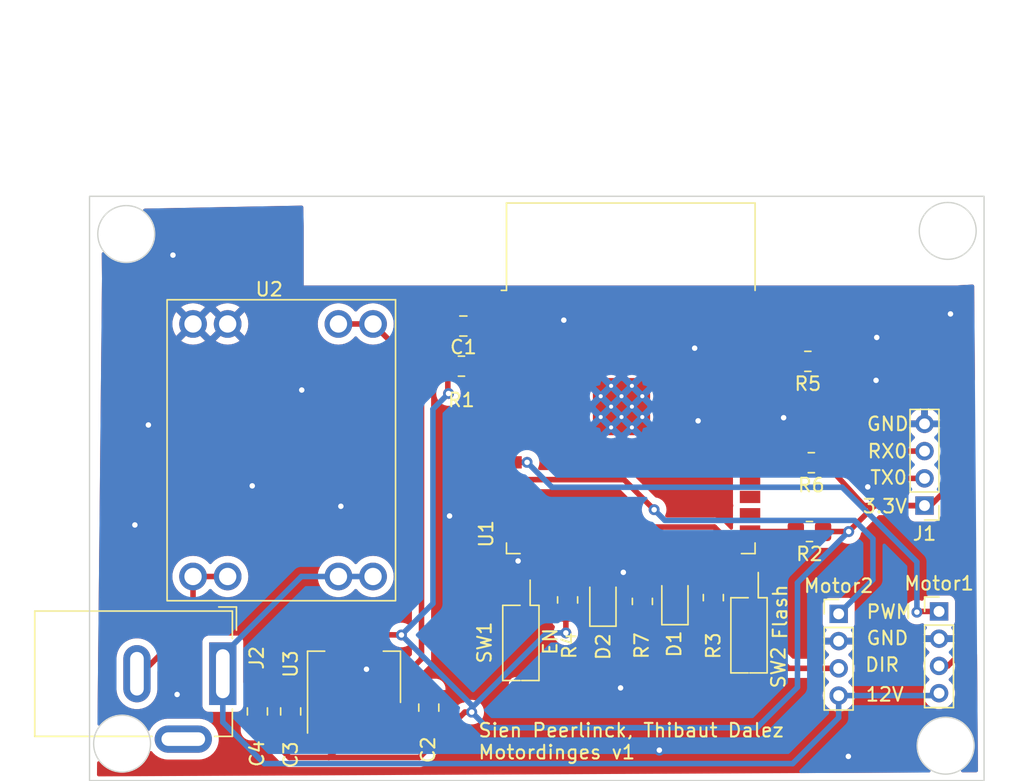
<source format=kicad_pcb>
(kicad_pcb (version 20221018) (generator pcbnew)
  (layers (0 "F.Cu" signal) (31 "B.Cu" signal) (34 "B.Paste" user) (35 "F.Paste" user) (36 "B.SilkS" user "B.Silkscreen") (37 "F.SilkS" user "F.Silkscreen") (38 "B.Mask" user) (39 "F.Mask" user) (44 "Edge.Cuts" user))
  (net 0 "")
  (net 1 "+3.3V")
  (net 2 "GND")
  (net 3 "VDD")
  (net 4 "Net-(D1-K)")
  (net 5 "GPIO2")
  (net 6 "Net-(D2-A)")
  (net 7 "RX0")
  (net 8 "TX0")
  (net 9 "Net-(J2-Pad2)")
  (net 10 "A8")
  (net 11 "GPIO12")
  (net 12 "A9")
  (net 13 "GPIO13")
  (net 14 "Net-(Motor1-12V)")
  (net 15 "/EN")
  (net 16 "GPIO0")
  (net 17 "GPIO5")
  (net 18 "VP")
  (net 19 "VN")
  (net 20 "A6")
  (net 21 "A7")
  (net 22 "A4")
  (net 23 "A5")
  (net 24 "GPIO27")
  (net 25 "GPIO14")
  (net 32 "GPIO15")
  (net 33 "GPIO4")
  (net 34 "RX2")
  (net 35 "TX2")
  (net 36 "GPIO18")
  (net 37 "GPIO19")
  (net 39 "GPIO21")
  (net 40 "GPIO22")
  (net 41 "GPIO23")
  (footprint "Connector_PinHeader_2.00mm:PinHeader_1x04_P2.00mm_Vertical" (layer "F.Cu") (at 139.5222 59.055 180)
    (fp_text reference "J1" (at 0 -2.06) (layer "F.SilkS"))
    (fp_text value "Conn_01x04_Pin")
    (fp_line (start -1.06 -1.06) (end 0 -1.06) (stroke (width 0.12)) (layer "F.SilkS"))
    (fp_line (start -1.06 0) (end -1.06 -1.06) (stroke (width 0.12)) (layer "F.SilkS"))
    (fp_line (start -1.06 1) (end -1.06 7.06) (stroke (width 0.12)) (layer "F.SilkS"))
    (fp_line (start -1.06 1) (end 1.06 1) (stroke (width 0.12)) (layer "F.SilkS"))
    (fp_line (start -1.06 7.06) (end 1.06 7.06) (stroke (width 0.12)) (layer "F.SilkS"))
    (fp_line (start 1.06 1) (end 1.06 7.06) (stroke (width 0.12)) (layer "F.SilkS"))
    (pad "1" thru_hole rect (at 0 0 180) (size 1.35 1.35) (drill 0.8) (layers "*.Cu" "*.Mask") (net 1 "+3.3V"))
    (pad "2" thru_hole oval (at 0 2 180) (size 1.35 1.35) (drill 0.8) (layers "*.Cu" "*.Mask") (net 7 "RX0"))
    (pad "3" thru_hole oval (at 0 4 180) (size 1.35 1.35) (drill 0.8) (layers "*.Cu" "*.Mask") (net 8 "TX0"))
    (pad "4" thru_hole oval (at 0 6 180) (size 1.35 1.35) (drill 0.8) (layers "*.Cu" "*.Mask") (net 2 "GND"))
  )
  (footprint "Capacitor_SMD:C_0805_2012Metric_Pad1.18x1.45mm_HandSolder" (layer "F.Cu") (at 105.6855 45.8724 180)
    (fp_text reference "C1" (at -0.0039 -1.5494) (layer "F.SilkS"))
    (fp_text value "100uF/6.3V")
    (fp_line (start -0.261252 -0.735) (end 0.261252 -0.735) (stroke (width 0.12)) (layer "F.SilkS"))
    (fp_line (start -0.261252 0.735) (end 0.261252 0.735) (stroke (width 0.12)) (layer "F.SilkS"))
    (pad "1" smd roundrect (at -1.0375 0 180) (size 1.175 1.45) (layers "F.Cu" "F.Paste" "F.Mask") (roundrect_rratio 0.2127659574) (net 1 "+3.3V"))
    (pad "2" smd roundrect (at 1.0375 0 180) (size 1.175 1.45) (layers "F.Cu" "F.Paste" "F.Mask") (roundrect_rratio 0.2127659574) (net 2 "GND"))
  )
  (footprint "Package_TO_SOT_SMD:SOT-223-3_TabPin2" (layer "F.Cu") (at 97.663 71.6534 90)
    (fp_text reference "U3" (at 0.9656 -4.6482 90) (layer "F.SilkS"))
    (fp_text value "AMS1117-3.3")
    (fp_line (start -4.1 -3.41) (end 1.91 -3.41) (stroke (width 0.12)) (layer "F.SilkS"))
    (fp_line (start -1.85 3.41) (end 1.91 3.41) (stroke (width 0.12)) (layer "F.SilkS"))
    (fp_line (start 1.91 -3.41) (end 1.91 -2.15) (stroke (width 0.12)) (layer "F.SilkS"))
    (fp_line (start 1.91 3.41) (end 1.91 2.15) (stroke (width 0.12)) (layer "F.SilkS"))
    (pad "1" smd rect (at -3.15 -2.3 90) (size 2 1.5) (layers "F.Cu" "F.Paste" "F.Mask") (net 2 "GND"))
    (pad "2" smd rect (at -3.15 0 90) (size 2 1.5) (layers "F.Cu" "F.Paste" "F.Mask") (net 1 "+3.3V"))
    (pad "2" smd rect (at 3.15 0 90) (size 2 3.8) (layers "F.Cu" "F.Paste" "F.Mask") (net 1 "+3.3V"))
    (pad "3" smd rect (at -3.15 2.3 90) (size 2 1.5) (layers "F.Cu" "F.Paste" "F.Mask") (net 3 "VDD"))
  )
  (footprint "Capacitor_SMD:C_0805_2012Metric_Pad1.18x1.45mm_HandSolder" (layer "F.Cu") (at 103.1494 73.8886 90)
    (fp_text reference "C2" (at -3.0988 -0.0508 90) (layer "F.SilkS"))
    (fp_text value "10uF")
    (fp_line (start -0.261252 -0.735) (end 0.261252 -0.735) (stroke (width 0.12)) (layer "F.SilkS"))
    (fp_line (start -0.261252 0.735) (end 0.261252 0.735) (stroke (width 0.12)) (layer "F.SilkS"))
    (pad "1" smd roundrect (at -1.0375 0 90) (size 1.175 1.45) (layers "F.Cu" "F.Paste" "F.Mask") (roundrect_rratio 0.2127659574) (net 3 "VDD"))
    (pad "2" smd roundrect (at 1.0375 0 90) (size 1.175 1.45) (layers "F.Cu" "F.Paste" "F.Mask") (roundrect_rratio 0.2127659574) (net 2 "GND"))
  )
  (footprint "Button_Switch_SMD:SW_DIP_SPSTx01_Slide_Copal_CHS-01B_W7.62mm_P1.27mm" (layer "F.Cu") (at 126.6444 68.58 -90)
    (fp_text reference "SW2" (at 2.3622 -2.159 90) (layer "F.SilkS"))
    (fp_text value "FLASH")
    (fp_line (start -4.61 -0.68) (end -2.76 -0.68) (stroke (width 0.12)) (layer "F.SilkS"))
    (fp_line (start -2.76 -1.33) (end -2.76 -0.68) (stroke (width 0.12)) (layer "F.SilkS"))
    (fp_line (start -2.76 -1.33) (end 2.76 -1.33) (stroke (width 0.12)) (layer "F.SilkS"))
    (fp_line (start -2.76 0.061) (end -2.76 1.33) (stroke (width 0.12)) (layer "F.SilkS"))
    (fp_line (start -2.76 1.33) (end 2.76 1.33) (stroke (width 0.12)) (layer "F.SilkS"))
    (fp_line (start 2.76 -1.33) (end 2.76 -0.061) (stroke (width 0.12)) (layer "F.SilkS"))
    (fp_line (start 2.76 0.061) (end 2.76 1.33) (stroke (width 0.12)) (layer "F.SilkS"))
    (pad "1" smd rect (at -3.81 0 270) (size 1.6 0.76) (layers "F.Cu" "F.Paste" "F.Mask") (net 16 "GPIO0"))
    (pad "2" smd rect (at 3.81 0 270) (size 1.6 0.76) (layers "F.Cu" "F.Paste" "F.Mask") (net 2 "GND"))
  )
  (footprint "Connector_PinHeader_2.00mm:PinHeader_1x04_P2.00mm_Vertical" (layer "F.Cu") (at 140.589 66.8274)
    (fp_text reference "Motor1" (at 0 -2.06) (layer "F.SilkS"))
    (fp_text value "Conn_01x04_Pin")
    (fp_line (start -1.06 -1.06) (end 0 -1.06) (stroke (width 0.12)) (layer "F.SilkS"))
    (fp_line (start -1.06 0) (end -1.06 -1.06) (stroke (width 0.12)) (layer "F.SilkS"))
    (fp_line (start -1.06 1) (end -1.06 7.06) (stroke (width 0.12)) (layer "F.SilkS"))
    (fp_line (start -1.06 1) (end 1.06 1) (stroke (width 0.12)) (layer "F.SilkS"))
    (fp_line (start -1.06 7.06) (end 1.06 7.06) (stroke (width 0.12)) (layer "F.SilkS"))
    (fp_line (start 1.06 1) (end 1.06 7.06) (stroke (width 0.12)) (layer "F.SilkS"))
    (pad "1" thru_hole rect (at 0 0) (size 1.35 1.35) (drill 0.8) (layers "*.Cu" "*.Mask") (net 10 "A8"))
    (pad "2" thru_hole oval (at 0 2) (size 1.35 1.35) (drill 0.8) (layers "*.Cu" "*.Mask") (net 2 "GND"))
    (pad "3" thru_hole oval (at 0 4) (size 1.35 1.35) (drill 0.8) (layers "*.Cu" "*.Mask") (net 41 "GPIO23"))
    (pad "4" thru_hole oval (at 0 6) (size 1.35 1.35) (drill 0.8) (layers "*.Cu" "*.Mask") (net 14 "Net-(Motor1-12V)"))
  )
  (footprint "Capacitor_SMD:C_0805_2012Metric_Pad1.18x1.45mm_HandSolder" (layer "F.Cu") (at 93.0148 74.168 -90)
    (fp_text reference "C3" (at 3.1789 0 90) (layer "F.SilkS"))
    (fp_text value "100nF")
    (fp_line (start -0.261252 -0.735) (end 0.261252 -0.735) (stroke (width 0.12)) (layer "F.SilkS"))
    (fp_line (start -0.261252 0.735) (end 0.261252 0.735) (stroke (width 0.12)) (layer "F.SilkS"))
    (pad "1" smd roundrect (at -1.0375 0 270) (size 1.175 1.45) (layers "F.Cu" "F.Paste" "F.Mask") (roundrect_rratio 0.2127659574) (net 2 "GND"))
    (pad "2" smd roundrect (at 1.0375 0 270) (size 1.175 1.45) (layers "F.Cu" "F.Paste" "F.Mask") (roundrect_rratio 0.2127659574) (net 1 "+3.3V"))
  )
  (footprint "LED_SMD:LED_0805_2012Metric_Pad1.15x1.40mm_HandSolder" (layer "F.Cu") (at 115.9256 66.049 90)
    (fp_text reference "D2" (at -3.3692 0.0254 90) (layer "F.SilkS"))
    (fp_text value "PWR")
    (fp_line (start -1.86 -0.96) (end -1.86 0.96) (stroke (width 0.12)) (layer "F.SilkS"))
    (fp_line (start -1.86 0.96) (end 1 0.96) (stroke (width 0.12)) (layer "F.SilkS"))
    (fp_line (start 1 -0.96) (end -1.86 -0.96) (stroke (width 0.12)) (layer "F.SilkS"))
    (pad "1" smd roundrect (at -1.025 0 90) (size 1.15 1.4) (layers "F.Cu" "F.Paste" "F.Mask") (roundrect_rratio 0.2173913043) (net 2 "GND"))
    (pad "2" smd roundrect (at 1.025 0 90) (size 1.15 1.4) (layers "F.Cu" "F.Paste" "F.Mask") (roundrect_rratio 0.2173913043) (net 6 "Net-(D2-A)"))
  )
  (footprint "RF_Module:ESP32-WROOM-32" (layer "F.Cu") (at 117.97 52.7)
    (fp_text reference "U1" (at -10.61 8.43 90) (layer "F.SilkS"))
    (fp_text value "ESP32-WROOM-32")
    (fp_line (start -9.12 -15.86) (end -9.12 -9.445) (stroke (width 0.12)) (layer "F.SilkS"))
    (fp_line (start -9.12 -15.86) (end 9.12 -15.86) (stroke (width 0.12)) (layer "F.SilkS"))
    (fp_line (start -9.12 -9.445) (end -9.5 -9.445) (stroke (width 0.12)) (layer "F.SilkS"))
    (fp_line (start -9.12 9.1) (end -9.12 9.88) (stroke (width 0.12)) (layer "F.SilkS"))
    (fp_line (start -9.12 9.88) (end -8.12 9.88) (stroke (width 0.12)) (layer "F.SilkS"))
    (fp_line (start 9.12 -15.86) (end 9.12 -9.445) (stroke (width 0.12)) (layer "F.SilkS"))
    (fp_line (start 9.12 9.1) (end 9.12 9.88) (stroke (width 0.12)) (layer "F.SilkS"))
    (fp_line (start 9.12 9.88) (end 8.12 9.88) (stroke (width 0.12)) (layer "F.SilkS"))
    (pad "1" smd rect (at -8.75 -8.25) (size 1.5 0.9) (layers "F.Cu" "F.Paste" "F.Mask") (net 2 "GND"))
    (pad "2" smd rect (at -8.75 -6.98) (size 1.5 0.9) (layers "F.Cu" "F.Paste" "F.Mask") (net 1 "+3.3V"))
    (pad "3" smd rect (at -8.75 -5.71) (size 1.5 0.9) (layers "F.Cu" "F.Paste" "F.Mask") (net 15 "/EN"))
    (pad "4" smd rect (at -8.75 -4.44) (size 1.5 0.9) (layers "F.Cu" "F.Paste" "F.Mask") (net 18 "VP"))
    (pad "5" smd rect (at -8.75 -3.17) (size 1.5 0.9) (layers "F.Cu" "F.Paste" "F.Mask") (net 19 "VN"))
    (pad "6" smd rect (at -8.75 -1.9) (size 1.5 0.9) (layers "F.Cu" "F.Paste" "F.Mask") (net 20 "A6"))
    (pad "7" smd rect (at -8.75 -0.63) (size 1.5 0.9) (layers "F.Cu" "F.Paste" "F.Mask") (net 21 "A7"))
    (pad "8" smd rect (at -8.75 0.64) (size 1.5 0.9) (layers "F.Cu" "F.Paste" "F.Mask") (net 22 "A4"))
    (pad "9" smd rect (at -8.75 1.91) (size 1.5 0.9) (layers "F.Cu" "F.Paste" "F.Mask") (net 23 "A5"))
    (pad "10" smd rect (at -8.75 3.18) (size 1.5 0.9) (layers "F.Cu" "F.Paste" "F.Mask") (net 10 "A8"))
    (pad "11" smd rect (at -8.75 4.45) (size 1.5 0.9) (layers "F.Cu" "F.Paste" "F.Mask") (net 12 "A9"))
    (pad "12" smd rect (at -8.75 5.72) (size 1.5 0.9) (layers "F.Cu" "F.Paste" "F.Mask") (net 24 "GPIO27"))
    (pad "13" smd rect (at -8.75 6.99) (size 1.5 0.9) (layers "F.Cu" "F.Paste" "F.Mask") (net 25 "GPIO14"))
    (pad "14" smd rect (at -8.75 8.26) (size 1.5 0.9) (layers "F.Cu" "F.Paste" "F.Mask") (net 11 "GPIO12"))
    (pad "15" smd rect (at -5.71 9.51 90) (size 1.5 0.9) (layers "F.Cu" "F.Paste" "F.Mask") (net 2 "GND"))
    (pad "16" smd rect (at -4.44 9.51 90) (size 1.5 0.9) (layers "F.Cu" "F.Paste" "F.Mask") (net 13 "GPIO13"))
    (pad "17" smd rect (at -3.17 9.51 90) (size 1.5 0.9) (layers "F.Cu" "F.Paste" "F.Mask"))
    (pad "18" smd rect (at -1.9 9.51 90) (size 1.5 0.9) (layers "F.Cu" "F.Paste" "F.Mask"))
    (pad "19" smd rect (at -0.63 9.51 90) (size 1.5 0.9) (layers "F.Cu" "F.Paste" "F.Mask"))
    (pad "20" smd rect (at 0.64 9.51 90) (size 1.5 0.9) (layers "F.Cu" "F.Paste" "F.Mask"))
    (pad "21" smd rect (at 1.91 9.51 90) (size 1.5 0.9) (layers "F.Cu" "F.Paste" "F.Mask"))
    (pad "22" smd rect (at 3.18 9.51 90) (size 1.5 0.9) (layers "F.Cu" "F.Paste" "F.Mask"))
    (pad "23" smd rect (at 4.45 9.51 90) (size 1.5 0.9) (layers "F.Cu" "F.Paste" "F.Mask") (net 32 "GPIO15"))
    (pad "24" smd rect (at 5.72 9.51 90) (size 1.5 0.9) (layers "F.Cu" "F.Paste" "F.Mask") (net 5 "GPIO2"))
    (pad "25" smd rect (at 8.75 8.26) (size 1.5 0.9) (layers "F.Cu" "F.Paste" "F.Mask") (net 16 "GPIO0"))
    (pad "26" smd rect (at 8.75 6.99) (size 1.5 0.9) (layers "F.Cu" "F.Paste" "F.Mask") (net 33 "GPIO4"))
    (pad "27" smd rect (at 8.75 5.72) (size 1.5 0.9) (layers "F.Cu" "F.Paste" "F.Mask") (net 34 "RX2"))
    (pad "28" smd rect (at 8.75 4.45) (size 1.5 0.9) (layers "F.Cu" "F.Paste" "F.Mask") (net 35 "TX2"))
    (pad "29" smd rect (at 8.75 3.18) (size 1.5 0.9) (layers "F.Cu" "F.Paste" "F.Mask") (net 17 "GPIO5"))
    (pad "30" smd rect (at 8.75 1.91) (size 1.5 0.9) (layers "F.Cu" "F.Paste" "F.Mask") (net 36 "GPIO18"))
    (pad "31" smd rect (at 8.75 0.64) (size 1.5 0.9) (layers "F.Cu" "F.Paste" "F.Mask") (net 37 "GPIO19"))
    (pad "32" smd rect (at 8.75 -0.63) (size 1.5 0.9) (layers "F.Cu" "F.Paste" "F.Mask"))
    (pad "33" smd rect (at 8.75 -1.9) (size 1.5 0.9) (layers "F.Cu" "F.Paste" "F.Mask") (net 39 "GPIO21"))
    (pad "34" smd rect (at 8.75 -3.17) (size 1.5 0.9) (layers "F.Cu" "F.Paste" "F.Mask") (net 7 "RX0"))
    (pad "35" smd rect (at 8.75 -4.44) (size 1.5 0.9) (layers "F.Cu" "F.Paste" "F.Mask") (net 8 "TX0"))
    (pad "36" smd rect (at 8.75 -5.71) (size 1.5 0.9) (layers "F.Cu" "F.Paste" "F.Mask") (net 40 "GPIO22"))
    (pad "37" smd rect (at 8.75 -6.98) (size 1.5 0.9) (layers "F.Cu" "F.Paste" "F.Mask") (net 41 "GPIO23"))
    (pad "38" smd rect (at 8.75 -8.25) (size 1.5 0.9) (layers "F.Cu" "F.Paste" "F.Mask") (net 2 "GND"))
    (pad "39" smd rect (at -2.205 -2.435) (size 1.05 1.05) (layers "F.Cu" "F.Paste") (net 2 "GND"))
    (pad "39" thru_hole circle (at -2.205 -1.6725) (size 0.6 0.6) (drill 0.3) (property pad_prop_heatsink) (layers "*.Cu" "F.Mask") (net 2 "GND"))
    (pad "39" smd rect (at -2.205 -0.91) (size 1.05 1.05) (layers "F.Cu" "F.Paste") (net 2 "GND"))
    (pad "39" thru_hole circle (at -2.205 -0.1475) (size 0.6 0.6) (drill 0.3) (property pad_prop_heatsink) (layers "*.Cu" "F.Mask") (net 2 "GND"))
    (pad "39" smd rect (at -2.205 0.615) (size 1.05 1.05) (layers "F.Cu" "F.Paste") (net 2 "GND"))
    (pad "39" thru_hole circle (at -1.4425 -2.435) (size 0.6 0.6) (drill 0.3) (property pad_prop_heatsink) (layers "*.Cu" "F.Mask") (net 2 "GND"))
    (pad "39" thru_hole circle (at -1.4425 -0.91) (size 0.6 0.6) (drill 0.3) (property pad_prop_heatsink) (layers "*.Cu" "F.Mask") (net 2 "GND"))
    (pad "39" thru_hole circle (at -1.4425 0.615) (size 0.6 0.6) (drill 0.3) (property pad_prop_heatsink) (layers "*.Cu" "F.Mask") (net 2 "GND"))
    (pad "39" smd rect (at -0.68 -2.435) (size 1.05 1.05) (layers "F.Cu" "F.Paste") (net 2 "GND"))
    (pad "39" thru_hole circle (at -0.68 -1.6725) (size 0.6 0.6) (drill 0.3) (property pad_prop_heatsink) (layers "*.Cu" "F.Mask") (net 2 "GND"))
    (pad "39" smd rect (at -0.68 -0.91) (size 1.05 1.05) (layers "F.Cu" "F.Paste") (net 2 "GND"))
    (pad "39" smd rect (at -0.68 -0.91) (size 4.2 4.2) (layers "F.Cu" "F.Mask") (net 2 "GND"))
    (pad "39" thru_hole circle (at -0.68 -0.1475) (size 0.6 0.6) (drill 0.3) (property pad_prop_heatsink) (layers "*.Cu" "F.Mask") (net 2 "GND"))
    (pad "39" smd rect (at -0.68 0.615) (size 1.05 1.05) (layers "F.Cu" "F.Paste") (net 2 "GND"))
    (pad "39" thru_hole circle (at 0.0825 -2.435) (size 0.6 0.6) (drill 0.3) (property pad_prop_heatsink) (layers "*.Cu" "F.Mask") (net 2 "GND"))
    (pad "39" thru_hole circle (at 0.0825 -0.91) (size 0.6 0.6) (drill 0.3) (property pad_prop_heatsink) (layers "*.Cu" "F.Mask") (net 2 "GND"))
    (pad "39" thru_hole circle (at 0.0825 0.615) (size 0.6 0.6) (drill 0.3) (property pad_prop_heatsink) (layers "*.Cu" "F.Mask") (net 2 "GND"))
    (pad "39" smd rect (at 0.845 -2.435) (size 1.05 1.05) (layers "F.Cu" "F.Paste") (net 2 "GND"))
    (pad "39" thru_hole circle (at 0.845 -1.6725) (size 0.6 0.6) (drill 0.3) (property pad_prop_heatsink) (layers "*.Cu" "F.Mask") (net 2 "GND"))
    (pad "39" smd rect (at 0.845 -0.91) (size 1.05 1.05) (layers "F.Cu" "F.Paste") (net 2 "GND"))
    (pad "39" thru_hole circle (at 0.845 -0.1475) (size 0.6 0.6) (drill 0.3) (property pad_prop_heatsink) (layers "*.Cu" "F.Mask") (net 2 "GND"))
    (pad "39" smd rect (at 0.845 0.615) (size 1.05 1.05) (layers "F.Cu" "F.Paste") (net 2 "GND"))
    (zone (net 0) (net_name "") (layers "F.Cu" "In1.Cu" "B.Cu") (connect_pads (clearance 0)) (min_thickness 0.254)
      (keepout (tracks not_allowed) (vias not_allowed) (pads not_allowed) (copperpour not_allowed) (footprints not_allowed))
      (fill (thermal_gap 0.508) (thermal_bridge_width 0.508))
      (polygon (pts (xy 93.97 42.9) (xy 141.97 42.9) (xy 141.97 21.96) (xy 93.97 21.96)))
    )
  )
  (footprint "Resistor_SMD:R_0805_2012Metric_Pad1.20x1.40mm_HandSolder" (layer "F.Cu") (at 105.5464 48.8188)
    (fp_text reference "R1" (at -0.0094 2.4892) (layer "F.SilkS"))
    (fp_text value "10K")
    (fp_line (start -0.227064 -0.735) (end 0.227064 -0.735) (stroke (width 0.12)) (layer "F.SilkS"))
    (fp_line (start -0.227064 0.735) (end 0.227064 0.735) (stroke (width 0.12)) (layer "F.SilkS"))
    (pad "1" smd roundrect (at -1 0) (size 1.2 1.4) (layers "F.Cu" "F.Paste" "F.Mask") (roundrect_rratio 0.2083333333) (net 1 "+3.3V"))
    (pad "2" smd roundrect (at 1 0) (size 1.2 1.4) (layers "F.Cu" "F.Paste" "F.Mask") (roundrect_rratio 0.2083333333) (net 15 "/EN"))
  )
  (footprint "Button_Switch_SMD:SW_DIP_SPSTx01_Slide_Copal_CHS-01B_W7.62mm_P1.27mm" (layer "F.Cu") (at 109.9058 69.1388 -90)
    (fp_text reference "SW1" (at -0.0254 2.667 90) (layer "F.SilkS"))
    (fp_text value "EN")
    (fp_line (start -4.61 -0.68) (end -2.76 -0.68) (stroke (width 0.12)) (layer "F.SilkS"))
    (fp_line (start -2.76 -1.33) (end -2.76 -0.68) (stroke (width 0.12)) (layer "F.SilkS"))
    (fp_line (start -2.76 -1.33) (end 2.76 -1.33) (stroke (width 0.12)) (layer "F.SilkS"))
    (fp_line (start -2.76 0.061) (end -2.76 1.33) (stroke (width 0.12)) (layer "F.SilkS"))
    (fp_line (start -2.76 1.33) (end 2.76 1.33) (stroke (width 0.12)) (layer "F.SilkS"))
    (fp_line (start 2.76 -1.33) (end 2.76 -0.061) (stroke (width 0.12)) (layer "F.SilkS"))
    (fp_line (start 2.76 0.061) (end 2.76 1.33) (stroke (width 0.12)) (layer "F.SilkS"))
    (pad "1" smd rect (at -3.81 0 270) (size 1.6 0.76) (layers "F.Cu" "F.Paste" "F.Mask") (net 15 "/EN"))
    (pad "2" smd rect (at 3.81 0 270) (size 1.6 0.76) (layers "F.Cu" "F.Paste" "F.Mask") (net 2 "GND"))
  )
  (footprint "Capacitor_SMD:C_0805_2012Metric_Pad1.18x1.45mm_HandSolder" (layer "F.Cu") (at 90.5764 74.168 90)
    (fp_text reference "C4" (at -3.0949 -0.0254 90) (layer "F.SilkS"))
    (fp_text value "10uF")
    (fp_line (start -0.261252 -0.735) (end 0.261252 -0.735) (stroke (width 0.12)) (layer "F.SilkS"))
    (fp_line (start -0.261252 0.735) (end 0.261252 0.735) (stroke (width 0.12)) (layer "F.SilkS"))
    (pad "1" smd roundrect (at -1.0375 0 90) (size 1.175 1.45) (layers "F.Cu" "F.Paste" "F.Mask") (roundrect_rratio 0.2127659574) (net 1 "+3.3V"))
    (pad "2" smd roundrect (at 1.0375 0 90) (size 1.175 1.45) (layers "F.Cu" "F.Paste" "F.Mask") (roundrect_rratio 0.2127659574) (net 2 "GND"))
  )
  (footprint "Connector_BarrelJack:BarrelJack_GCT_DCJ200-10-A_Horizontal" (layer "F.Cu") (at 88.0364 71.3994 -90)
    (fp_text reference "J2" (at -1.1684 -2.4892 90) (layer "F.SilkS"))
    (fp_text value "Barrel_Jack")
    (fp_line (start -4.9 -1) (end -4.9 0.3) (stroke (width 0.12)) (layer "F.SilkS"))
    (fp_line (start -4.6 -0.7) (end -2.6 -0.7) (stroke (width 0.12)) (layer "F.SilkS"))
    (fp_line (start -4.6 13.8) (end -4.6 -0.7) (stroke (width 0.12)) (layer "F.SilkS"))
    (fp_line (start -3.2 -1) (end -4.9 -1) (stroke (width 0.12)) (layer "F.SilkS"))
    (fp_line (start 2.6 -0.7) (end 4.6 -0.7) (stroke (width 0.12)) (layer "F.SilkS"))
    (fp_line (start 4.6 -0.7) (end 4.6 0.6) (stroke (width 0.12)) (layer "F.SilkS"))
    (fp_line (start 4.6 5.2) (end 4.6 13.8) (stroke (width 0.12)) (layer "F.SilkS"))
    (fp_line (start 4.6 13.8) (end -4.6 13.8) (stroke (width 0.12)) (layer "F.SilkS"))
    (pad "1" thru_hole rect (at 0 0 270) (size 4.6 2) (drill oval 3.6 1) (layers "*.Cu" "*.Mask") (net 14 "Net-(Motor1-12V)"))
    (pad "2" thru_hole oval (at 0 6.3 270) (size 4.2 2) (drill oval 3.2 1) (layers "*.Cu" "*.Mask") (net 9 "Net-(J2-Pad2)"))
    (pad "3" thru_hole oval (at 4.8 2.9 270) (size 2 4.2) (drill oval 1 3.2) (layers "*.Cu" "*.Mask"))
  )
  (footprint "LED_SMD:LED_0805_2012Metric_Pad1.15x1.40mm_HandSolder" (layer "F.Cu") (at 121.2088 65.9384 90)
    (fp_text reference "D1" (at -3.2766 -0.0508 90) (layer "F.SilkS"))
    (fp_text value "BLUE")
    (fp_line (start -1.86 -0.96) (end -1.86 0.96) (stroke (width 0.12)) (layer "F.SilkS"))
    (fp_line (start -1.86 0.96) (end 1 0.96) (stroke (width 0.12)) (layer "F.SilkS"))
    (fp_line (start 1 -0.96) (end -1.86 -0.96) (stroke (width 0.12)) (layer "F.SilkS"))
    (pad "1" smd roundrect (at -1.025 0 90) (size 1.15 1.4) (layers "F.Cu" "F.Paste" "F.Mask") (roundrect_rratio 0.2173913043) (net 4 "Net-(D1-K)"))
    (pad "2" smd roundrect (at 1.025 0 90) (size 1.15 1.4) (layers "F.Cu" "F.Paste" "F.Mask") (roundrect_rratio 0.2173913043) (net 5 "GPIO2"))
  )
  (footprint "Resistor_SMD:R_0805_2012Metric_Pad1.20x1.40mm_HandSolder" (layer "F.Cu") (at 118.8212 66.0908 90)
    (fp_text reference "R7" (at -3.2512 -0.0508 90) (layer "F.SilkS"))
    (fp_text value "1K")
    (fp_line (start -0.227064 -0.735) (end 0.227064 -0.735) (stroke (width 0.12)) (layer "F.SilkS"))
    (fp_line (start -0.227064 0.735) (end 0.227064 0.735) (stroke (width 0.12)) (layer "F.SilkS"))
    (pad "1" smd roundrect (at -1 0 90) (size 1.2 1.4) (layers "F.Cu" "F.Paste" "F.Mask") (roundrect_rratio 0.2083333333) (net 4 "Net-(D1-K)"))
    (pad "2" smd roundrect (at 1 0 90) (size 1.2 1.4) (layers "F.Cu" "F.Paste" "F.Mask") (roundrect_rratio 0.2083333333) (net 2 "GND"))
  )
  (footprint "Connector_PinHeader_2.00mm:PinHeader_1x04_P2.00mm_Vertical" (layer "F.Cu") (at 133.223 67.0052)
    (fp_text reference "Motor2" (at 0 -2.06) (layer "F.SilkS"))
    (fp_text value "Conn_01x04_Pin")
    (fp_line (start -1.06 -1.06) (end 0 -1.06) (stroke (width 0.12)) (layer "F.SilkS"))
    (fp_line (start -1.06 0) (end -1.06 -1.06) (stroke (width 0.12)) (layer "F.SilkS"))
    (fp_line (start -1.06 1) (end -1.06 7.06) (stroke (width 0.12)) (layer "F.SilkS"))
    (fp_line (start -1.06 1) (end 1.06 1) (stroke (width 0.12)) (layer "F.SilkS"))
    (fp_line (start -1.06 7.06) (end 1.06 7.06) (stroke (width 0.12)) (layer "F.SilkS"))
    (fp_line (start 1.06 1) (end 1.06 7.06) (stroke (width 0.12)) (layer "F.SilkS"))
    (pad "1" thru_hole rect (at 0 0) (size 1.35 1.35) (drill 0.8) (layers "*.Cu" "*.Mask") (net 12 "A9"))
    (pad "2" thru_hole oval (at 0 2) (size 1.35 1.35) (drill 0.8) (layers "*.Cu" "*.Mask") (net 2 "GND"))
    (pad "3" thru_hole oval (at 0 4) (size 1.35 1.35) (drill 0.8) (layers "*.Cu" "*.Mask") (net 13 "GPIO13"))
    (pad "4" thru_hole oval (at 0 6) (size 1.35 1.35) (drill 0.8) (layers "*.Cu" "*.Mask") (net 14 "Net-(Motor1-12V)"))
  )
  (footprint "Resistor_SMD:R_0805_2012Metric_Pad1.20x1.40mm_HandSolder" (layer "F.Cu") (at 130.9624 48.4632 180)
    (fp_text reference "R5" (at 0 -1.65) (layer "F.SilkS"))
    (fp_text value "10K")
    (fp_line (start -0.227064 -0.735) (end 0.227064 -0.735) (stroke (width 0.12)) (layer "F.SilkS"))
    (fp_line (start -0.227064 0.735) (end 0.227064 0.735) (stroke (width 0.12)) (layer "F.SilkS"))
    (pad "1" smd roundrect (at -1 0 180) (size 1.2 1.4) (layers "F.Cu" "F.Paste" "F.Mask") (roundrect_rratio 0.2083333333) (net 1 "+3.3V"))
    (pad "2" smd roundrect (at 1 0 180) (size 1.2 1.4) (layers "F.Cu" "F.Paste" "F.Mask") (roundrect_rratio 0.2083333333) (net 8 "TX0"))
  )
  (footprint "Resistor_SMD:R_0805_2012Metric_Pad1.20x1.40mm_HandSolder" (layer "F.Cu") (at 131.08 60.96 180)
    (fp_text reference "R2" (at 0 -1.65) (layer "F.SilkS"))
    (fp_text value "10K")
    (fp_line (start -0.227064 -0.735) (end 0.227064 -0.735) (stroke (width 0.12)) (layer "F.SilkS"))
    (fp_line (start -0.227064 0.735) (end 0.227064 0.735) (stroke (width 0.12)) (layer "F.SilkS"))
    (pad "1" smd roundrect (at -1 0 180) (size 1.2 1.4) (layers "F.Cu" "F.Paste" "F.Mask") (roundrect_rratio 0.2083333333) (net 1 "+3.3V"))
    (pad "2" smd roundrect (at 1 0 180) (size 1.2 1.4) (layers "F.Cu" "F.Paste" "F.Mask") (roundrect_rratio 0.2083333333) (net 16 "GPIO0"))
  )
  (footprint "Resistor_SMD:R_0805_2012Metric_Pad1.20x1.40mm_HandSolder" (layer "F.Cu") (at 124.0282 65.8114 90)
    (fp_text reference "R3" (at -3.54 0 90) (layer "F.SilkS"))
    (fp_text value "10K")
    (fp_line (start -0.227064 -0.735) (end 0.227064 -0.735) (stroke (width 0.12)) (layer "F.SilkS"))
    (fp_line (start -0.227064 0.735) (end 0.227064 0.735) (stroke (width 0.12)) (layer "F.SilkS"))
    (pad "1" smd roundrect (at -1 0 90) (size 1.2 1.4) (layers "F.Cu" "F.Paste" "F.Mask") (roundrect_rratio 0.2083333333) (net 2 "GND"))
    (pad "2" smd roundrect (at 1 0 90) (size 1.2 1.4) (layers "F.Cu" "F.Paste" "F.Mask") (roundrect_rratio 0.2083333333) (net 5 "GPIO2"))
  )
  (footprint "Library:U1584" (layer "F.Cu") (at 92.456 43.942)
    (fp_text reference "U2" (at -1.016 -0.762 unlocked) (layer "F.SilkS"))
    (fp_text value "MP1584")
    (fp_rect (start 8.255 0) (end -8.509 22.098) (stroke (width 0.12)) (fill none) (layer "F.SilkS"))
    (pad "1" thru_hole circle (at -6.604 20.32) (size 2.032 2.032) (drill 1.27) (layers "*.Cu" "*.Mask") (net 9 "Net-(J2-Pad2)"))
    (pad "2" thru_hole circle (at -4.064 20.32) (size 2.032 2.032) (drill 1.27) (layers "*.Cu" "*.Mask") (net 9 "Net-(J2-Pad2)"))
    (pad "3" thru_hole circle (at 4.064 20.32) (size 2.032 2.032) (drill 1.27) (layers "*.Cu" "*.Mask") (net 14 "Net-(Motor1-12V)"))
    (pad "4" thru_hole circle (at 6.604 20.32) (size 2.032 2.032) (drill 1.27) (layers "*.Cu" "*.Mask") (net 14 "Net-(Motor1-12V)"))
    (pad "5" thru_hole circle (at 6.604 1.778) (size 2.032 2.032) (drill 1.27) (layers "*.Cu" "*.Mask") (net 3 "VDD"))
    (pad "6" thru_hole circle (at 4.064 1.778) (size 2.032 2.032) (drill 1.27) (layers "*.Cu" "*.Mask") (net 3 "VDD"))
    (pad "7" thru_hole circle (at -4.064 1.778) (size 2.032 2.032) (drill 1.27) (layers "*.Cu" "*.Mask") (net 2 "GND"))
    (pad "8" thru_hole circle (at -6.604 1.778) (size 2.032 2.032) (drill 1.27) (layers "*.Cu" "*.Mask") (net 2 "GND"))
  )
  (footprint "Resistor_SMD:R_0805_2012Metric_Pad1.20x1.40mm_HandSolder" (layer "F.Cu") (at 113.3348 65.9798 90)
    (fp_text reference "R4" (at -3.3622 0.127 90) (layer "F.SilkS"))
    (fp_text value "1K")
    (fp_line (start -0.227064 -0.735) (end 0.227064 -0.735) (stroke (width 0.12)) (layer "F.SilkS"))
    (fp_line (start -0.227064 0.735) (end 0.227064 0.735) (stroke (width 0.12)) (layer "F.SilkS"))
    (pad "1" smd roundrect (at -1 0 90) (size 1.2 1.4) (layers "F.Cu" "F.Paste" "F.Mask") (roundrect_rratio 0.2083333333) (net 1 "+3.3V"))
    (pad "2" smd roundrect (at 1 0 90) (size 1.2 1.4) (layers "F.Cu" "F.Paste" "F.Mask") (roundrect_rratio 0.2083333333) (net 6 "Net-(D2-A)"))
  )
  (footprint "Resistor_SMD:R_0805_2012Metric_Pad1.20x1.40mm_HandSolder" (layer "F.Cu") (at 131.2164 55.9054 180)
    (fp_text reference "R6" (at 0 -1.65) (layer "F.SilkS"))
    (fp_text value "10K")
    (fp_line (start -0.227064 -0.735) (end 0.227064 -0.735) (stroke (width 0.12)) (layer "F.SilkS"))
    (fp_line (start -0.227064 0.735) (end 0.227064 0.735) (stroke (width 0.12)) (layer "F.SilkS"))
    (pad "1" smd roundrect (at -1 0 180) (size 1.2 1.4) (layers "F.Cu" "F.Paste" "F.Mask") (roundrect_rratio 0.2083333333) (net 1 "+3.3V"))
    (pad "2" smd roundrect (at 1 0 180) (size 1.2 1.4) (layers "F.Cu" "F.Paste" "F.Mask") (roundrect_rratio 0.2083333333) (net 17 "GPIO5"))
  )
  (gr_circle (center 141.0716 76.6826) (end 142.748 75.438) (stroke (width 0.1)) (fill none) (layer "Edge.Cuts"))
  (gr_circle (center 141.224 38.8874) (end 142.9004 37.6428) (stroke (width 0.1)) (fill none) (layer "Edge.Cuts"))
  (gr_circle (center 80.645 76.5302) (end 82.3214 75.2856) (stroke (width 0.1)) (fill none) (layer "Edge.Cuts"))
  (gr_circle (center 80.9498 39.116) (end 82.6262 37.8714) (stroke (width 0.1)) (fill none) (layer "Edge.Cuts"))
  (gr_rect (start 78.2574 36.3474) (end 143.891 79.248) (stroke (width 0.1)) (fill none) (layer "Edge.Cuts"))
  (gr_text "DIR" (at 135.0772 71.3232) (layer "F.SilkS") (effects (font (size 1 1)) (justify left bottom)))
  (gr_text "GND" (at 135.1788 69.3674) (layer "F.SilkS") (effects (font (size 1 1)) (justify left bottom)))
  (gr_text "12V" (at 135.128 73.5076) (layer "F.SilkS") (effects (font (size 1 1)) (justify left bottom)))
  (gr_text "PWM\n" (at 135.1788 67.437) (layer "F.SilkS") (effects (font (size 1 1)) (justify left bottom)))
  (gr_text "EN" (at 112.649 70.104 90) (layer "F.SilkS") (effects (font (size 1 1)) (justify left bottom)))
  (gr_text "Sien Peerlinck, Thibaut Dalez\nMotordinges v1" (at 106.7054 77.7494) (layer "F.SilkS") (effects (font (size 1 1)) (justify left bottom)))
  (gr_text "GND" (at 135.2042 53.6448) (layer "F.SilkS") (effects (font (size 1 1)) (justify left bottom)))
  (gr_text "RX0" (at 135.255 55.6514) (layer "F.SilkS") (effects (font (size 1 1)) (justify left bottom)))
  (gr_text "Flash" (at 129.5146 68.961 90) (layer "F.SilkS") (effects (font (size 1 1)) (justify left bottom)))
  (gr_text "3.3V" (at 134.8994 59.69) (layer "F.SilkS") (effects (font (size 1 1)) (justify left bottom)))
  (gr_text "TX0" (at 135.4582 57.5818) (layer "F.SilkS") (effects (font (size 1 1)) (justify left bottom)))
  (segment (start 101.1428 68.5546) (end 101.1678 68.5034) (width 0.4064) (layer "F.Cu") (net 1))
  (segment (start 131.9624 48.4632) (end 138.3792 48.4632) (width 0.4064) (layer "F.Cu") (net 1))
  (segment (start 137.6426 59.055) (end 139.5222 59.055) (width 0.4064) (layer "F.Cu") (net 1))
  (segment (start 97.663 75.692) (end 97.663 74.8034) (width 0.4064) (layer "F.Cu") (net 1))
  (segment (start 106.299 74.2188) (end 105.791 74.2188) (width 0.4064) (layer "F.Cu") (net 1))
  (segment (start 135.0772 59.055) (end 137.6426 59.055) (width 0.4064) (layer "F.Cu") (net 1))
  (segment (start 133.9596 60.96) (end 132.08 60.96) (width 0.4064) (layer "F.Cu") (net 1))
  (segment (start 92.9171 77.5462) (end 95.8088 77.5462) (width 0.4064) (layer "F.Cu") (net 1))
  (segment (start 101.1678 68.5034) (end 101.1936 68.5292) (width 0.4064) (layer "F.Cu") (net 1))
  (segment (start 104.5464 50.7746) (end 104.5464 48.8188) (width 0.4064) (layer "F.Cu") (net 1))
  (segment (start 106.723 45.8724) (end 106.8754 45.72) (width 0.4064) (layer "F.Cu") (net 1))
  (segment (start 95.8088 77.5462) (end 97.663 75.692) (width 0.4064) (layer "F.Cu") (net 1))
  (segment (start 141.224 57.785) (end 139.954 59.055) (width 0.4064) (layer "F.Cu") (net 1))
  (segment (start 138.3792 48.4632) (end 141.224 51.308) (width 0.4064) (layer "F.Cu") (net 1))
  (segment (start 106.723 46.6422) (end 104.5464 48.8188) (width 0.4064) (layer "F.Cu") (net 1))
  (segment (start 106.8754 45.72) (end 109.22 45.72) (width 0.4064) (layer "F.Cu") (net 1))
  (segment (start 105.791 74.2188) (end 102.4636 77.5462) (width 0.4064) (layer "F.Cu") (net 1))
  (segment (start 102.4636 77.5462) (end 95.8088 77.5462) (width 0.4064) (layer "F.Cu") (net 1))
  (segment (start 141.224 51.308) (end 141.224 57.785) (width 0.4064) (layer "F.Cu") (net 1))
  (segment (start 132.2164 55.9054) (end 135.0772 59.055) (width 0.4064) (layer "F.Cu") (net 1))
  (segment (start 97.663 68.5034) (end 101.1428 68.5546) (width 0.4064) (layer "F.Cu") (net 1))
  (segment (start 104.5972 50.8254) (end 104.5464 50.7746) (width 0.4064) (layer "F.Cu") (net 1))
  (segment (start 113.2078 68.4022) (end 113.2078 67.1068) (width 0.4064) (layer "F.Cu") (net 1))
  (segment (start 139.954 59.055) (end 139.5222 59.055) (width 0.4064) (layer "F.Cu") (net 1))
  (segment (start 113.2078 67.1068) (end 113.3348 66.9798) (width 0.4064) (layer "F.Cu") (net 1))
  (segment (start 135.8646 59.055) (end 139.5222 59.055) (width 0.4064) (layer "F.Cu") (net 1))
  (segment (start 133.9596 60.96) (end 135.8646 59.055) (width 0.4064) (layer "F.Cu") (net 1))
  (segment (start 106.723 45.8724) (end 106.723 46.6422) (width 0.4064) (layer "F.Cu") (net 1))
  (segment (start 90.5764 75.2055) (end 93.0148 75.2055) (width 0.4064) (layer "F.Cu") (net 1))
  (segment (start 90.5764 75.2055) (end 92.9171 77.5462) (width 0.4064) (layer "F.Cu") (net 1))
  (via (at 133.9596 60.96) (size 0.8) (drill 0.4) (layers "F.Cu" "B.Cu") (net 1))
  (via (at 101.1428 68.5546) (size 0.8) (drill 0.4) (layers "F.Cu" "B.Cu") (net 1))
  (via (at 106.299 74.2188) (size 0.8) (drill 0.4) (layers "F.Cu" "B.Cu") (net 1))
  (via (at 113.2078 68.4022) (size 0.8) (drill 0.4) (layers "F.Cu" "B.Cu") (net 1))
  (via (at 104.5972 50.8254) (size 0.8) (drill 0.4) (layers "F.Cu" "B.Cu") (net 1))
  (segment (start 106.299 74.2188) (end 107.442 75.3618) (width 0.4064) (layer "B.Cu") (net 1))
  (segment (start 106.299 73.7108) (end 101.1428 68.5546) (width 0.4064) (layer "B.Cu") (net 1))
  (segment (start 106.299 74.2188) (end 106.299 73.913664) (width 0.4064) (layer "B.Cu") (net 1))
  (segment (start 130.2004 64.7192) (end 133.9596 60.96) (width 0.4064) (layer "B.Cu") (net 1))
  (segment (start 104.5972 50.8254) (end 103.4542 51.9684) (width 0.4064) (layer "B.Cu") (net 1))
  (segment (start 106.299 73.913664) (end 111.810464 68.4022) (width 0.4064) (layer "B.Cu") (net 1))
  (segment (start 127.2286 75.3618) (end 130.2004 72.39) (width 0.4064) (layer "B.Cu") (net 1))
  (segment (start 107.442 75.3618) (end 127.2286 75.3618) (width 0.4064) (layer "B.Cu") (net 1))
  (segment (start 130.2004 72.39) (end 130.2004 64.7192) (width 0.4064) (layer "B.Cu") (net 1))
  (segment (start 111.810464 68.4022) (end 113.2078 68.4022) (width 0.4064) (layer "B.Cu") (net 1))
  (segment (start 106.299 74.2188) (end 106.299 73.7108) (width 0.4064) (layer "B.Cu") (net 1))
  (segment (start 103.4542 51.9684) (end 103.4542 66.2432) (width 0.4064) (layer "B.Cu") (net 1))
  (segment (start 103.4542 66.2432) (end 101.1428 68.5546) (width 0.4064) (layer "B.Cu") (net 1))
  (segment (start 118.0525 53.315) (end 118.815 53.315) (width 0.4064) (layer "F.Cu") (net 2))
  (segment (start 118.815 50.265) (end 118.0525 50.265) (width 0.4064) (layer "F.Cu") (net 2))
  (segment (start 92.8585 73.2868) (end 93.0148 73.1305) (width 0.4064) (layer "F.Cu") (net 2))
  (segment (start 90.7327 73.2868) (end 92.8585 73.2868) (width 0.4064) (layer "F.Cu") (net 2))
  (segment (start 118.815 51.0275) (end 118.0525 51.79) (width 0.4064) (layer "F.Cu") (net 2))
  (segment (start 116.5275 50.265) (end 115.765 50.265) (width 0.4064) (layer "F.Cu") (net 2))
  (segment (start 118.815 50.265) (end 118.815 51.0275) (width 0.4064) (layer "F.Cu") (net 2))
  (segment (start 115.765 50.265) (end 118.0525 50.265) (width 0.4064) (layer "F.Cu") (net 2))
  (segment (start 115.765 53.315) (end 116.5275 53.315) (width 0.4064) (layer "F.Cu") (net 2))
  (segment (start 118.815 52.5525) (end 118.815 53.315) (width 0.4064) (layer "F.Cu") (net 2))
  (segment (start 90.5764 73.1305) (end 90.7327 73.2868) (width 0.4064) (layer "F.Cu") (net 2))
  (via (at 84.3788 40.6654) (size 0.8) (drill 0.4) (layers "F.Cu" "B.Cu") (net 2))
  (via (at 84.6836 72.9234) (size 0.8) (drill 0.4) (layers "F.Cu" "B.Cu") (net 2))
  (via (at 135.9662 49.8602) (size 0.8) (drill 0.4) (layers "F.Cu" "B.Cu") (net 2))
  (via (at 122.9106 52.832) (size 0.8) (drill 0.4) (layers "F.Cu" "B.Cu") (net 2))
  (via (at 81.5848 60.4774) (size 0.8) (drill 0.4) (layers "F.Cu" "B.Cu") (net 2))
  (via (at 122.6566 47.498) (size 0.8) (drill 0.4) (layers "F.Cu" "B.Cu") (net 2))
  (via (at 135.3566 57.6834) (size 0.8) (drill 0.4) (layers "F.Cu" "B.Cu") (net 2))
  (via (at 136.017 46.7106) (size 0.8) (drill 0.4) (layers "F.Cu" "B.Cu") (net 2))
  (via (at 109.7026 63.119) (size 0.8) (drill 0.4) (layers "F.Cu" "B.Cu") (net 2))
  (via (at 93.8276 50.5714) (size 0.8) (drill 0.4) (layers "F.Cu" "B.Cu") (net 2))
  (via (at 117.4242 63.9572) (size 0.8) (drill 0.4) (layers "F.Cu" "B.Cu") (net 2))
  (via (at 113.0554 45.4406) (size 0.8) (drill 0.4) (layers "F.Cu" "B.Cu") (net 2))
  (via (at 133.9342 77.47) (size 0.8) (drill 0.4) (layers "F.Cu" "B.Cu") (net 2))
  (via (at 90.1954 57.6072) (size 0.8) (drill 0.4) (layers "F.Cu" "B.Cu") (net 2))
  (via (at 96.6978 59.1058) (size 0.8) (drill 0.4) (layers "F.Cu" "B.Cu") (net 2))
  (via (at 98.5774 71.0692) (size 0.8) (drill 0.4) (layers "F.Cu" "B.Cu") (net 2))
  (via (at 82.5754 53.1368) (size 0.8) (drill 0.4) (layers "F.Cu" "B.Cu") (net 2))
  (via (at 129.1844 52.6034) (size 0.8) (drill 0.4) (layers "F.Cu" "B.Cu") (net 2))
  (via (at 104.6734 59.817) (size 0.8) (drill 0.4) (layers "F.Cu" "B.Cu") (net 2))
  (via (at 120.0658 77.0128) (size 0.8) (drill 0.4) (layers "F.Cu" "B.Cu") (net 2))
  (via (at 117.221 72.4408) (size 0.8) (drill 0.4) (layers "F.Cu" "B.Cu") (net 2))
  (via (at 141.4272 44.9834) (size 0.8) (drill 0.4) (layers "F.Cu" "B.Cu") (net 2))
  (segment (start 99.06 45.72) (end 102.616 49.276) (width 0.4064) (layer "F.Cu") (net 3))
  (segment (start 102.616 70.3072) (end 100.9904 71.9328) (width 0.4064) (layer "F.Cu") (net 3))
  (segment (start 100.9904 71.9328) (end 100.9904 73.776) (width 0.4064) (layer "F.Cu") (net 3))
  (segment (start 96.52 45.72) (end 99.06 45.72) (width 0.4064) (layer "F.Cu") (net 3))
  (segment (start 100.0396 74.88) (end 103.1033 74.88) (width 0.4064) (layer "F.Cu") (net 3))
  (segment (start 100.9904 73.776) (end 99.963 74.8034) (width 0.4064) (layer "F.Cu") (net 3))
  (segment (start 103.1033 74.88) (end 103.1494 74.9261) (width 0.4064) (layer "F.Cu") (net 3))
  (segment (start 99.963 74.8034) (end 100.0396 74.88) (width 0.4064) (layer "F.Cu") (net 3))
  (segment (start 102.616 49.276) (end 102.616 70.3072) (width 0.4064) (layer "F.Cu") (net 3))
  (segment (start 121.2088 66.9634) (end 118.9486 66.9634) (width 0.4064) (layer "F.Cu") (net 4))
  (segment (start 118.9486 66.9634) (end 118.8212 67.0908) (width 0.4064) (layer "F.Cu") (net 4))
  (segment (start 123.69 65.0574) (end 123.6726 65.0748) (width 0.4064) (layer "F.Cu") (net 5))
  (segment (start 120.9294 65.024) (end 123.6218 65.024) (width 0.4064) (layer "F.Cu") (net 5))
  (segment (start 123.69 62.21) (end 123.69 65.0574) (width 0.4064) (layer "F.Cu") (net 5))
  (segment (start 123.6218 65.024) (end 123.6726 65.0748) (width 0.4064) (layer "F.Cu") (net 5))
  (segment (start 113.3348 64.9798) (end 115.8814 64.9798) (width 0.4064) (layer "F.Cu") (net 6))
  (segment (start 115.8814 64.9798) (end 115.9256 65.024) (width 0.4064) (layer "F.Cu") (net 6))
  (segment (start 129.9464 50.1142) (end 126.72 49.53) (width 0.4064) (layer "F.Cu") (net 7))
  (segment (start 139.5222 57.055) (end 136.049 57.055) (width 0.4064) (layer "F.Cu") (net 7))
  (segment (start 134.239 55.245) (end 129.9464 50.1142) (width 0.4064) (layer "F.Cu") (net 7))
  (segment (start 136.049 57.055) (end 134.239 55.245) (width 0.4064) (layer "F.Cu") (net 7))
  (segment (start 129.9624 48.4632) (end 136.5542 55.055) (width 0.4064) (layer "F.Cu") (net 8))
  (segment (start 129.7592 48.26) (end 129.9624 48.4632) (width 0.4064) (layer "F.Cu") (net 8))
  (segment (start 126.72 48.26) (end 129.7592 48.26) (width 0.4064) (layer "F.Cu") (net 8))
  (segment (start 136.5542 55.055) (end 139.5222 55.055) (width 0.4064) (layer "F.Cu") (net 8))
  (segment (start 85.852 64.262) (end 85.852 67.5886) (width 0.4064) (layer "F.Cu") (net 9))
  (segment (start 85.852 67.5886) (end 82.0412 71.3994) (width 0.4064) (layer "F.Cu") (net 9))
  (segment (start 82.0412 71.3994) (end 81.7364 71.3994) (width 0.4064) (layer "F.Cu") (net 9))
  (segment (start 88.392 64.262) (end 85.852 64.262) (width 0.4064) (layer "F.Cu") (net 9))
  (segment (start 138.9634 66.8782) (end 139.0142 66.8274) (width 0.4064) (layer "F.Cu") (net 10))
  (segment (start 139.0142 66.8274) (end 140.589 66.8274) (width 0.4064) (layer "F.Cu") (net 10))
  (segment (start 109.22 55.88) (end 110.363 55.88) (width 0.4064) (layer "F.Cu") (net 10))
  (via (at 110.363 55.88) (size 0.8) (drill 0.4) (layers "F.Cu" "B.Cu") (net 10))
  (via (at 138.9634 66.8782) (size 0.8) (drill 0.4) (layers "F.Cu" "B.Cu") (net 10))
  (segment (start 138.9634 63.1952) (end 133.477 57.7088) (width 0.4064) (layer "B.Cu") (net 10))
  (segment (start 133.477 57.7088) (end 112.1918 57.7088) (width 0.4064) (layer "B.Cu") (net 10))
  (segment (start 112.1918 57.7088) (end 110.363 55.88) (width 0.4064) (layer "B.Cu") (net 10))
  (segment (start 138.9634 66.8782) (end 138.9634 63.1952) (width 0.4064) (layer "B.Cu") (net 10))
  (segment (start 117.4776 57.15) (end 119.6848 59.3572) (width 0.4064) (layer "F.Cu") (net 12))
  (segment (start 109.22 57.15) (end 117.4776 57.15) (width 0.4064) (layer "F.Cu") (net 12))
  (via (at 119.6848 59.3572) (size 0.8) (drill 0.4) (layers "F.Cu" "B.Cu") (net 12))
  (segment (start 134.3883 60.1441) (end 135.7376 61.4934) (width 0.4064) (layer "B.Cu") (net 12))
  (segment (start 120.4717 60.1441) (end 134.3883 60.1441) (width 0.4064) (layer "B.Cu") (net 12))
  (segment (start 135.7376 61.4934) (end 135.7376 64.4906) (width 0.4064) (layer "B.Cu") (net 12))
  (segment (start 135.7376 64.4906) (end 133.223 67.0052) (width 0.4064) (layer "B.Cu") (net 12))
  (segment (start 119.6848 59.3572) (end 120.4717 60.1441) (width 0.4064) (layer "B.Cu") (net 12))
  (segment (start 124.1044 60.6298) (end 125.603 62.1284) (width 0.4064) (layer "F.Cu") (net 13))
  (segment (start 125.603 62.1284) (end 125.603 67.056) (width 0.4064) (layer "F.Cu") (net 13))
  (segment (start 113.53 62.21) (end 113.53 61.4252) (width 0.4064) (layer "F.Cu") (net 13))
  (segment (start 114.3254 60.6298) (end 124.1044 60.6298) (width 0.4064) (layer "F.Cu") (net 13))
  (segment (start 113.53 61.4252) (end 114.3254 60.6298) (width 0.4064) (layer "F.Cu") (net 13))
  (segment (start 125.603 67.056) (end 129.5522 71.0052) (width 0.4064) (layer "F.Cu") (net 13))
  (segment (start 129.5522 71.0052) (end 133.223 71.0052) (width 0.4064) (layer "F.Cu") (net 13))
  (segment (start 133.223 73.0052) (end 133.223 74.6252) (width 0.4064) (layer "B.Cu") (net 14))
  (segment (start 93.8022 64.262) (end 96.52 64.262) (width 0.4064) (layer "B.Cu") (net 14))
  (segment (start 133.223 74.6252) (end 129.852 77.9962) (width 0.4064) (layer "B.Cu") (net 14))
  (segment (start 133.223 73.0052) (end 140.4112 73.0052) (width 0.4064) (layer "B.Cu") (net 14))
  (segment (start 93.8022 64.262) (end 88.0364 70.0278) (width 0.4064) (layer "B.Cu") (net 14))
  (segment (start 129.852 77.9962) (end 91.0772 77.9962) (width 0.4064) (layer "B.Cu") (net 14))
  (segment (start 88.0364 70.0278) (end 88.0364 71.3994) (width 0.4064) (layer "B.Cu") (net 14))
  (segment (start 140.4112 73.0052) (end 140.589 72.8274) (width 0.4064) (layer "B.Cu") (net 14))
  (segment (start 91.0772 77.9962) (end 88.0364 74.9554) (width 0.4064) (layer "B.Cu") (net 14))
  (segment (start 88.0364 74.9554) (end 88.0364 71.3994) (width 0.4064) (layer "B.Cu") (net 14))
  (segment (start 99.06 64.262) (end 96.52 64.262) (width 0.4064) (layer "B.Cu") (net 14))
  (segment (start 109.9058 65.3288) (end 106.5464 61.9694) (width 0.4064) (layer "F.Cu") (net 15))
  (segment (start 109.22 46.99) (end 108.3752 46.99) (width 0.4064) (layer "F.Cu") (net 15))
  (segment (start 106.5464 61.9694) (end 106.5464 48.8188) (width 0.4064) (layer "F.Cu") (net 15))
  (segment (start 108.3752 46.99) (end 106.5464 48.8188) (width 0.4064) (layer "F.Cu") (net 15))
  (segment (start 130.08 60.96) (end 126.72 60.96) (width 0.4064) (layer "F.Cu") (net 16))
  (segment (start 126.6444 64.77) (end 126.6444 61.0356) (width 0.4064) (layer "F.Cu") (net 16))
  (segment (start 126.6444 61.0356) (end 126.72 60.96) (width 0.4064) (layer "F.Cu") (net 16))
  (segment (start 130.191 55.88) (end 130.2164 55.9054) (width 0.4064) (layer "F.Cu") (net 17))
  (segment (start 126.72 55.88) (end 130.191 55.88) (width 0.4064) (layer "F.Cu") (net 17))
  (segment (start 142.7226 50.587942) (end 137.854658 45.72) (width 0.4064) (layer "F.Cu") (net 41))
  (segment (start 142.7226 69.342) (end 142.7226 50.587942) (width 0.4064) (layer "F.Cu") (net 41))
  (segment (start 137.854658 45.72) (end 126.72 45.72) (width 0.4064) (layer "F.Cu") (net 41))
  (segment (start 141.2372 70.8274) (end 142.7226 69.342) (width 0.4064) (layer "F.Cu") (net 41))
  (segment (start 140.589 70.8274) (end 141.2372 70.8274) (width 0.4064) (layer "F.Cu") (net 41))
  (zone (net 2) (net_name "GND") (layers "F&B.Cu") (connect_pads (clearance 0.5)) (min_thickness 0.25) (fill yes (thermal_gap 0.5) (thermal_bridge_width 0.5))
    (polygon (pts (xy 93.9397 37.027178) (xy 94.0567 42.741578) (xy 142.0567 42.741578) (xy 141.7425 42.894578) (xy 143.1649 42.818378) (xy 143.4443 78.632378) (xy 78.8013 78.937178) (xy 79.1718 42.3926) (xy 79.121 37.3126)))
  )
)
</source>
